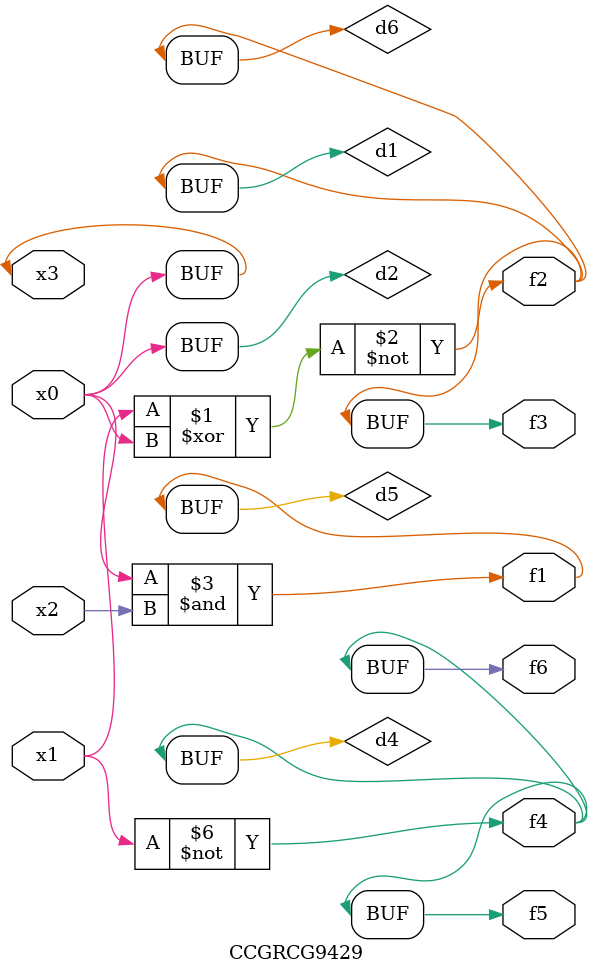
<source format=v>
module CCGRCG9429(
	input x0, x1, x2, x3,
	output f1, f2, f3, f4, f5, f6
);

	wire d1, d2, d3, d4, d5, d6;

	xnor (d1, x1, x3);
	buf (d2, x0, x3);
	nand (d3, x0, x2);
	not (d4, x1);
	nand (d5, d3);
	or (d6, d1);
	assign f1 = d5;
	assign f2 = d6;
	assign f3 = d6;
	assign f4 = d4;
	assign f5 = d4;
	assign f6 = d4;
endmodule

</source>
